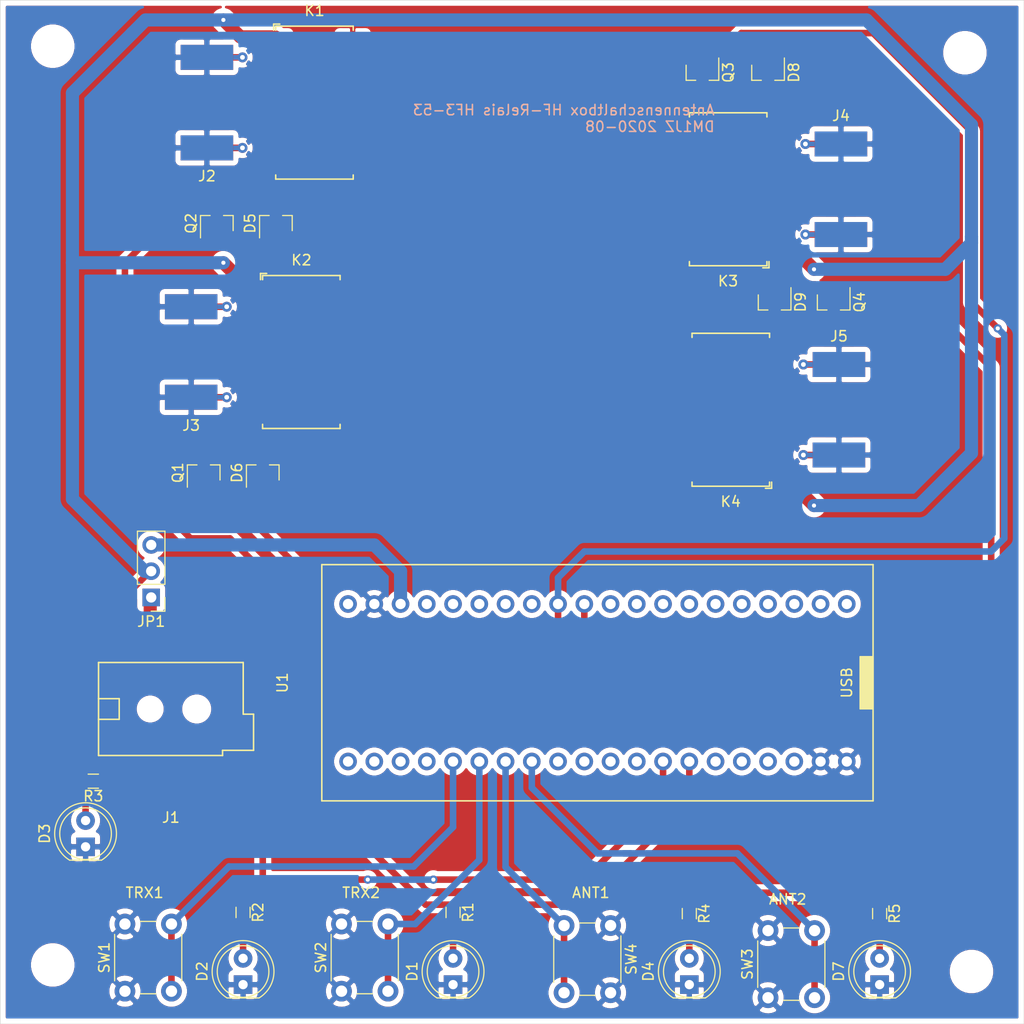
<source format=kicad_pcb>
(kicad_pcb (version 20171130) (host pcbnew 5.1.6)
  (layers (0 F.Cu signal) (31 B.Cu signal) (34 B.Paste user) (35 F.Paste user) (36 B.SilkS user) (37 F.SilkS user) (38 B.Mask user) (39 F.Mask user) (44 Edge.Cuts user))
  (net 0 "")
  (net 1 GNDREF)
  (net 2 "Net-(D1-Pad2)")
  (net 3 "Net-(D2-Pad2)")
  (net 4 "Net-(D3-Pad2)")
  (net 5 "Net-(D4-Pad2)")
  (net 6 "Net-(D7-Pad2)")
  (net 7 "Net-(J1-Pad1)")
  (net 8 "Net-(J2-Pad1)")
  (net 9 "Net-(J3-Pad1)")
  (net 10 "Net-(J4-Pad1)")
  (net 11 "Net-(J5-Pad1)")
  (net 12 "Net-(JP1-Pad3)")
  (net 13 +5V)
  (net 14 "Net-(K1-Pad14)")
  (net 15 "Net-(SW1-Pad2)")
  (net 16 "Net-(SW2-Pad2)")
  (net 17 "Net-(SW3-Pad2)")
  (net 18 "Net-(SW4-Pad2)")
  (net 19 "Net-(Q1-Pad1)")
  (net 20 "Net-(Q2-Pad1)")
  (net 21 "Net-(Q3-Pad1)")
  (net 22 "Net-(Q4-Pad1)")
  (net 23 "Net-(D5-Pad3)")
  (net 24 "Net-(D6-Pad3)")
  (net 25 "Net-(D8-Pad3)")
  (net 26 "Net-(D9-Pad3)")
  (module BarrelJackSMD:BarrelJackSMD (layer F.Cu) (at 80.645 130.175)
    (fp_text reference J1 (at 0 10.5) (layer F.SilkS))
    (fp_text value Barrel_Jack)
    (pad "" np_thru_hole circle (at 2.5 0) (size 1.8 1.8) (drill 1.8) (layers *.Cu *.Mask))
    (pad "" np_thru_hole circle (at -2 0) (size 1.6 1.6) (drill 1.6) (layers *.Cu *.Mask))
    (pad 1 smd rect (at -2 -5.5) (size 2 2) (layers F.Cu F.Paste F.Mask) (net 7 "Net-(J1-Pad1)"))
    (pad 1 smd rect (at 4 -5.5) (size 2 2) (layers F.Cu F.Paste F.Mask) (net 7 "Net-(J1-Pad1)"))
    (pad 3 smd rect (at 4 5.5) (size 2 2) (layers F.Cu F.Paste F.Mask))
    (pad 2 smd rect (at -2 5.5) (size 2 2) (layers F.Cu F.Paste F.Mask) (net 1 GNDREF))
  )
  (module Mounting_Holes:MountingHole_3.2mm_M3 (layer F.Cu) (at 69.215 66.04)
    (fp_text reference REF** hide)
    (fp_text value MountingHole_3.2mm_M3)
    (pad 1 np_thru_hole circle (at 0 0) (size 3.2 3.2) (drill 3.2) (layers *.Cu *.Mask))
  )
  (module Mounting_Holes:MountingHole_3.2mm_M3 (layer F.Cu) (at 157.48 66.675)
    (fp_text reference REF** hide)
    (fp_text value MountingHole_3.2mm_M3)
    (pad 1 np_thru_hole circle (at 0 0) (size 3.2 3.2) (drill 3.2) (layers *.Cu *.Mask))
  )
  (module Mounting_Holes:MountingHole_3.2mm_M3 (layer F.Cu) (at 158.115 155.575)
    (fp_text reference REF** hide)
    (fp_text value MountingHole_3.2mm_M3)
    (pad 1 np_thru_hole circle (at 0 0) (size 3.2 3.2) (drill 3.2) (layers *.Cu *.Mask))
  )
  (module Mounting_Holes:MountingHole_3.2mm_M3 (layer F.Cu) (at 69.215 154.94)
    (fp_text reference REF** hide)
    (fp_text value MountingHole_3.2mm_M3)
    (pad 1 np_thru_hole circle (at 0 0) (size 3.2 3.2) (drill 3.2) (layers *.Cu *.Mask))
  )
  (module LEDs:LED_D5.0mm (layer F.Cu) (at 107.95 156.845 90)
    (fp_text reference D1 (at 1.27 -3.96 90) (layer F.SilkS))
    (fp_text value TRX2_LED)
    (pad 1 thru_hole rect (at 0 0 90) (size 1.8 1.8) (drill 0.9) (layers *.Cu *.Mask) (net 1 GNDREF))
    (pad 2 thru_hole circle (at 2.54 0 90) (size 1.8 1.8) (drill 0.9) (layers *.Cu *.Mask) (net 2 "Net-(D1-Pad2)"))
  )
  (module LEDs:LED_D5.0mm (layer F.Cu) (at 87.63 156.845 90)
    (fp_text reference D2 (at 1.27 -3.96 90) (layer F.SilkS))
    (fp_text value TRX_UKW_LED)
    (pad 2 thru_hole circle (at 2.54 0 90) (size 1.8 1.8) (drill 0.9) (layers *.Cu *.Mask) (net 3 "Net-(D2-Pad2)"))
    (pad 1 thru_hole rect (at 0 0 90) (size 1.8 1.8) (drill 0.9) (layers *.Cu *.Mask) (net 1 GNDREF))
  )
  (module LEDs:LED_D5.0mm (layer F.Cu) (at 72.39 143.51 90)
    (fp_text reference D3 (at 1.27 -3.96 90) (layer F.SilkS))
    (fp_text value RelayPWR_LED)
    (pad 2 thru_hole circle (at 2.54 0 90) (size 1.8 1.8) (drill 0.9) (layers *.Cu *.Mask) (net 4 "Net-(D3-Pad2)"))
    (pad 1 thru_hole rect (at 0 0 90) (size 1.8 1.8) (drill 0.9) (layers *.Cu *.Mask) (net 1 GNDREF))
  )
  (module LEDs:LED_D5.0mm (layer F.Cu) (at 130.81 156.845 90)
    (fp_text reference D4 (at 1.27 -3.96 90) (layer F.SilkS))
    (fp_text value ANT1_LED)
    (pad 1 thru_hole rect (at 0 0 90) (size 1.8 1.8) (drill 0.9) (layers *.Cu *.Mask) (net 1 GNDREF))
    (pad 2 thru_hole circle (at 2.54 0 90) (size 1.8 1.8) (drill 0.9) (layers *.Cu *.Mask) (net 5 "Net-(D4-Pad2)"))
  )
  (module TO_SOT_Packages_SMD:SOT-23 (layer F.Cu) (at 90.805 83.185 90)
    (fp_text reference D5 (at 0 -2.5 90) (layer F.SilkS))
    (fp_text value D)
    (pad 3 smd rect (at 1 0 90) (size 0.9 0.8) (layers F.Cu F.Paste F.Mask) (net 23 "Net-(D5-Pad3)"))
    (pad 2 smd rect (at -1 0.95 90) (size 0.9 0.8) (layers F.Cu F.Paste F.Mask))
    (pad 1 smd rect (at -1 -0.95 90) (size 0.9 0.8) (layers F.Cu F.Paste F.Mask) (net 1 GNDREF))
  )
  (module TO_SOT_Packages_SMD:SOT-23 (layer F.Cu) (at 89.535 107.315 90)
    (fp_text reference D6 (at 0 -2.5 90) (layer F.SilkS))
    (fp_text value D)
    (pad 1 smd rect (at -1 -0.95 90) (size 0.9 0.8) (layers F.Cu F.Paste F.Mask) (net 1 GNDREF))
    (pad 2 smd rect (at -1 0.95 90) (size 0.9 0.8) (layers F.Cu F.Paste F.Mask))
    (pad 3 smd rect (at 1 0 90) (size 0.9 0.8) (layers F.Cu F.Paste F.Mask) (net 24 "Net-(D6-Pad3)"))
  )
  (module LEDs:LED_D5.0mm (layer F.Cu) (at 149.225 156.845 90)
    (fp_text reference D7 (at 1.27 -3.96 90) (layer F.SilkS))
    (fp_text value ANT2_LED)
    (pad 2 thru_hole circle (at 2.54 0 90) (size 1.8 1.8) (drill 0.9) (layers *.Cu *.Mask) (net 6 "Net-(D7-Pad2)"))
    (pad 1 thru_hole rect (at 0 0 90) (size 1.8 1.8) (drill 0.9) (layers *.Cu *.Mask) (net 1 GNDREF))
  )
  (module TO_SOT_Packages_SMD:SOT-23 (layer F.Cu) (at 138.43 68.58 270)
    (fp_text reference D8 (at 0 -2.5 90) (layer F.SilkS))
    (fp_text value D)
    (pad 1 smd rect (at -1 -0.95 270) (size 0.9 0.8) (layers F.Cu F.Paste F.Mask) (net 1 GNDREF))
    (pad 2 smd rect (at -1 0.95 270) (size 0.9 0.8) (layers F.Cu F.Paste F.Mask))
    (pad 3 smd rect (at 1 0 270) (size 0.9 0.8) (layers F.Cu F.Paste F.Mask) (net 25 "Net-(D8-Pad3)"))
  )
  (module TO_SOT_Packages_SMD:SOT-23 (layer F.Cu) (at 139.065 90.805 270)
    (fp_text reference D9 (at 0 -2.5 90) (layer F.SilkS))
    (fp_text value D)
    (pad 3 smd rect (at 1 0 270) (size 0.9 0.8) (layers F.Cu F.Paste F.Mask) (net 26 "Net-(D9-Pad3)"))
    (pad 2 smd rect (at -1 0.95 270) (size 0.9 0.8) (layers F.Cu F.Paste F.Mask))
    (pad 1 smd rect (at -1 -0.95 270) (size 0.9 0.8) (layers F.Cu F.Paste F.Mask) (net 1 GNDREF))
  )
  (module Connectors_Molex:Molex_SMA_Jack_Edge_Mount (layer F.Cu) (at 85.852 71.501)
    (fp_text reference J2 (at -1.72 7.11) (layer F.SilkS))
    (fp_text value TRX_UKW)
    (pad 1 smd rect (at -1.72 0) (size 5.08 2.29) (layers F.Cu F.Paste F.Mask) (net 8 "Net-(J2-Pad1)"))
    (pad 2 smd rect (at -1.72 -4.38) (size 5.08 2.42) (layers F.Cu F.Paste F.Mask) (net 1 GNDREF))
    (pad 2 smd rect (at -1.72 4.38) (size 5.08 2.42) (layers F.Cu F.Paste F.Mask) (net 1 GNDREF))
    (pad 2 smd rect (at -1.72 -4.38) (size 5.08 2.42) (layers B.Cu B.Paste B.Mask) (net 1 GNDREF))
    (pad 2 smd rect (at -1.72 4.38) (size 5.08 2.42) (layers B.Cu B.Paste B.Mask) (net 1 GNDREF))
    (pad 2 thru_hole circle (at 1.72 -4.38) (size 0.97 0.97) (drill 0.46) (layers *.Cu) (net 1 GNDREF))
    (pad 2 thru_hole circle (at 1.72 4.38) (size 0.97 0.97) (drill 0.46) (layers *.Cu) (net 1 GNDREF))
    (pad 2 smd rect (at 1.27 -4.38) (size 0.89 0.46) (layers F.Cu) (net 1 GNDREF))
    (pad 2 smd rect (at 1.27 4.38) (size 0.89 0.46) (layers F.Cu) (net 1 GNDREF))
    (pad 2 smd rect (at 1.27 -4.38) (size 0.89 0.46) (layers B.Cu) (net 1 GNDREF))
    (pad 2 smd rect (at 1.27 4.38) (size 0.89 0.46) (layers B.Cu) (net 1 GNDREF))
  )
  (module Connectors_Molex:Molex_SMA_Jack_Edge_Mount (layer F.Cu) (at 84.328 95.631)
    (fp_text reference J3 (at -1.72 7.11) (layer F.SilkS))
    (fp_text value TRX2)
    (pad 2 smd rect (at 1.27 4.38) (size 0.89 0.46) (layers B.Cu) (net 1 GNDREF))
    (pad 2 smd rect (at 1.27 -4.38) (size 0.89 0.46) (layers B.Cu) (net 1 GNDREF))
    (pad 2 smd rect (at 1.27 4.38) (size 0.89 0.46) (layers F.Cu) (net 1 GNDREF))
    (pad 2 smd rect (at 1.27 -4.38) (size 0.89 0.46) (layers F.Cu) (net 1 GNDREF))
    (pad 2 thru_hole circle (at 1.72 4.38) (size 0.97 0.97) (drill 0.46) (layers *.Cu) (net 1 GNDREF))
    (pad 2 thru_hole circle (at 1.72 -4.38) (size 0.97 0.97) (drill 0.46) (layers *.Cu) (net 1 GNDREF))
    (pad 2 smd rect (at -1.72 4.38) (size 5.08 2.42) (layers B.Cu B.Paste B.Mask) (net 1 GNDREF))
    (pad 2 smd rect (at -1.72 -4.38) (size 5.08 2.42) (layers B.Cu B.Paste B.Mask) (net 1 GNDREF))
    (pad 2 smd rect (at -1.72 4.38) (size 5.08 2.42) (layers F.Cu F.Paste F.Mask) (net 1 GNDREF))
    (pad 2 smd rect (at -1.72 -4.38) (size 5.08 2.42) (layers F.Cu F.Paste F.Mask) (net 1 GNDREF))
    (pad 1 smd rect (at -1.72 0) (size 5.08 2.29) (layers F.Cu F.Paste F.Mask) (net 9 "Net-(J3-Pad1)"))
  )
  (module Connectors_Molex:Molex_SMA_Jack_Edge_Mount (layer F.Cu) (at 143.764 79.883 180)
    (fp_text reference J4 (at -1.72 7.11) (layer F.SilkS))
    (fp_text value ANT1)
    (pad 2 smd rect (at 1.27 4.38 180) (size 0.89 0.46) (layers B.Cu) (net 1 GNDREF))
    (pad 2 smd rect (at 1.27 -4.38 180) (size 0.89 0.46) (layers B.Cu) (net 1 GNDREF))
    (pad 2 smd rect (at 1.27 4.38 180) (size 0.89 0.46) (layers F.Cu) (net 1 GNDREF))
    (pad 2 smd rect (at 1.27 -4.38 180) (size 0.89 0.46) (layers F.Cu) (net 1 GNDREF))
    (pad 2 thru_hole circle (at 1.72 4.38 180) (size 0.97 0.97) (drill 0.46) (layers *.Cu) (net 1 GNDREF))
    (pad 2 thru_hole circle (at 1.72 -4.38 180) (size 0.97 0.97) (drill 0.46) (layers *.Cu) (net 1 GNDREF))
    (pad 2 smd rect (at -1.72 4.38 180) (size 5.08 2.42) (layers B.Cu B.Paste B.Mask) (net 1 GNDREF))
    (pad 2 smd rect (at -1.72 -4.38 180) (size 5.08 2.42) (layers B.Cu B.Paste B.Mask) (net 1 GNDREF))
    (pad 2 smd rect (at -1.72 4.38 180) (size 5.08 2.42) (layers F.Cu F.Paste F.Mask) (net 1 GNDREF))
    (pad 2 smd rect (at -1.72 -4.38 180) (size 5.08 2.42) (layers F.Cu F.Paste F.Mask) (net 1 GNDREF))
    (pad 1 smd rect (at -1.72 0 180) (size 5.08 2.29) (layers F.Cu F.Paste F.Mask) (net 10 "Net-(J4-Pad1)"))
  )
  (module Connectors_Molex:Molex_SMA_Jack_Edge_Mount (layer F.Cu) (at 143.568 101.219 180)
    (fp_text reference J5 (at -1.72 7.11) (layer F.SilkS))
    (fp_text value ANT2)
    (pad 1 smd rect (at -1.72 0 180) (size 5.08 2.29) (layers F.Cu F.Paste F.Mask) (net 11 "Net-(J5-Pad1)"))
    (pad 2 smd rect (at -1.72 -4.38 180) (size 5.08 2.42) (layers F.Cu F.Paste F.Mask) (net 1 GNDREF))
    (pad 2 smd rect (at -1.72 4.38 180) (size 5.08 2.42) (layers F.Cu F.Paste F.Mask) (net 1 GNDREF))
    (pad 2 smd rect (at -1.72 -4.38 180) (size 5.08 2.42) (layers B.Cu B.Paste B.Mask) (net 1 GNDREF))
    (pad 2 smd rect (at -1.72 4.38 180) (size 5.08 2.42) (layers B.Cu B.Paste B.Mask) (net 1 GNDREF))
    (pad 2 thru_hole circle (at 1.72 -4.38 180) (size 0.97 0.97) (drill 0.46) (layers *.Cu) (net 1 GNDREF))
    (pad 2 thru_hole circle (at 1.72 4.38 180) (size 0.97 0.97) (drill 0.46) (layers *.Cu) (net 1 GNDREF))
    (pad 2 smd rect (at 1.27 -4.38 180) (size 0.89 0.46) (layers F.Cu) (net 1 GNDREF))
    (pad 2 smd rect (at 1.27 4.38 180) (size 0.89 0.46) (layers F.Cu) (net 1 GNDREF))
    (pad 2 smd rect (at 1.27 -4.38 180) (size 0.89 0.46) (layers B.Cu) (net 1 GNDREF))
    (pad 2 smd rect (at 1.27 4.38 180) (size 0.89 0.46) (layers B.Cu) (net 1 GNDREF))
  )
  (module Pin_Headers:Pin_Header_Straight_1x03_Pitch2.54mm (layer F.Cu) (at 78.74 119.38 180)
    (fp_text reference JP1 (at 0 -2.33) (layer F.SilkS))
    (fp_text value Jumper_3_Bridged12)
    (pad 3 thru_hole oval (at 0 5.08 180) (size 1.7 1.7) (drill 1) (layers *.Cu *.Mask) (net 12 "Net-(JP1-Pad3)"))
    (pad 2 thru_hole oval (at 0 2.54 180) (size 1.7 1.7) (drill 1) (layers *.Cu *.Mask) (net 13 +5V))
    (pad 1 thru_hole rect (at 0 0 180) (size 1.7 1.7) (drill 1) (layers *.Cu *.Mask) (net 7 "Net-(J1-Pad1)"))
  )
  (module Relays_SMD:Relay_SPDT_AXICOM_HF3Series_50ohms_Pitch1.27mm (layer F.Cu) (at 94.488 71.501)
    (fp_text reference K1 (at 0.06 -8.89) (layer F.SilkS))
    (fp_text value HF3-53)
    (pad 22 smd rect (at 3.75 -6.35) (size 2.5 0.7) (layers F.Cu F.Paste F.Mask) (net 1 GNDREF))
    (pad 21 smd rect (at 4 -5.08) (size 2 0.7) (layers F.Cu F.Paste F.Mask) (net 1 GNDREF))
    (pad 20 smd rect (at 4 -3.81) (size 2 0.9) (layers F.Cu F.Paste F.Mask) (net 1 GNDREF))
    (pad 19 smd rect (at 4 -2.54) (size 2 0.7) (layers F.Cu F.Paste F.Mask) (net 1 GNDREF))
    (pad 17 smd rect (at 4 0) (size 2 0.9) (layers F.Cu F.Paste F.Mask) (net 1 GNDREF))
    (pad 15 smd rect (at 4 2.54) (size 2 0.7) (layers F.Cu F.Paste F.Mask) (net 1 GNDREF))
    (pad 14 smd rect (at 4 3.81) (size 2 0.9) (layers F.Cu F.Paste F.Mask) (net 14 "Net-(K1-Pad14)"))
    (pad 13 smd rect (at 4 5.08) (size 2 0.7) (layers F.Cu F.Paste F.Mask) (net 1 GNDREF))
    (pad 12 smd rect (at 3.75 6.35) (size 2.5 0.7) (layers F.Cu F.Paste F.Mask) (net 1 GNDREF))
    (pad 11 smd rect (at -3.75 6.35) (size 2.5 0.7) (layers F.Cu F.Paste F.Mask) (net 23 "Net-(D5-Pad3)"))
    (pad 10 smd rect (at -4 5.08) (size 2 0.9) (layers F.Cu F.Paste F.Mask) (net 1 GNDREF))
    (pad 7 smd rect (at -4 1.27) (size 2 0.7) (layers F.Cu F.Paste F.Mask) (net 1 GNDREF))
    (pad 6 smd rect (at -4 0) (size 2 0.9) (layers F.Cu F.Paste F.Mask) (net 8 "Net-(J2-Pad1)"))
    (pad 5 smd rect (at -4 -1.27) (size 2 0.7) (layers F.Cu F.Paste F.Mask) (net 1 GNDREF))
    (pad 2 smd rect (at -4 -5.08) (size 2 0.9) (layers F.Cu F.Paste F.Mask) (net 1 GNDREF))
    (pad 1 smd rect (at -3.75 -6.35) (size 2.5 0.7) (layers F.Cu F.Paste F.Mask) (net 13 +5V))
  )
  (module Relays_SMD:Relay_SPDT_AXICOM_HF3Series_50ohms_Pitch1.27mm (layer F.Cu) (at 93.218 95.631)
    (fp_text reference K2 (at 0.06 -8.89) (layer F.SilkS))
    (fp_text value HF3-53)
    (pad 22 smd rect (at 3.75 -6.35) (size 2.5 0.7) (layers F.Cu F.Paste F.Mask) (net 1 GNDREF))
    (pad 21 smd rect (at 4 -5.08) (size 2 0.7) (layers F.Cu F.Paste F.Mask) (net 1 GNDREF))
    (pad 20 smd rect (at 4 -3.81) (size 2 0.9) (layers F.Cu F.Paste F.Mask) (net 1 GNDREF))
    (pad 19 smd rect (at 4 -2.54) (size 2 0.7) (layers F.Cu F.Paste F.Mask) (net 1 GNDREF))
    (pad 17 smd rect (at 4 0) (size 2 0.9) (layers F.Cu F.Paste F.Mask) (net 1 GNDREF))
    (pad 15 smd rect (at 4 2.54) (size 2 0.7) (layers F.Cu F.Paste F.Mask) (net 1 GNDREF))
    (pad 14 smd rect (at 4 3.81) (size 2 0.9) (layers F.Cu F.Paste F.Mask) (net 14 "Net-(K1-Pad14)"))
    (pad 13 smd rect (at 4 5.08) (size 2 0.7) (layers F.Cu F.Paste F.Mask) (net 1 GNDREF))
    (pad 12 smd rect (at 3.75 6.35) (size 2.5 0.7) (layers F.Cu F.Paste F.Mask) (net 1 GNDREF))
    (pad 11 smd rect (at -3.75 6.35) (size 2.5 0.7) (layers F.Cu F.Paste F.Mask) (net 24 "Net-(D6-Pad3)"))
    (pad 10 smd rect (at -4 5.08) (size 2 0.9) (layers F.Cu F.Paste F.Mask) (net 1 GNDREF))
    (pad 7 smd rect (at -4 1.27) (size 2 0.7) (layers F.Cu F.Paste F.Mask) (net 1 GNDREF))
    (pad 6 smd rect (at -4 0) (size 2 0.9) (layers F.Cu F.Paste F.Mask) (net 9 "Net-(J3-Pad1)"))
    (pad 5 smd rect (at -4 -1.27) (size 2 0.7) (layers F.Cu F.Paste F.Mask) (net 1 GNDREF))
    (pad 2 smd rect (at -4 -5.08) (size 2 0.9) (layers F.Cu F.Paste F.Mask) (net 1 GNDREF))
    (pad 1 smd rect (at -3.75 -6.35) (size 2.5 0.7) (layers F.Cu F.Paste F.Mask) (net 13 +5V))
  )
  (module Relays_SMD:Relay_SPDT_AXICOM_HF3Series_50ohms_Pitch1.27mm (layer F.Cu) (at 134.62 79.883 180)
    (fp_text reference K3 (at 0.06 -8.89) (layer F.SilkS))
    (fp_text value HF3-53)
    (pad 1 smd rect (at -3.75 -6.35 180) (size 2.5 0.7) (layers F.Cu F.Paste F.Mask) (net 13 +5V))
    (pad 2 smd rect (at -4 -5.08 180) (size 2 0.9) (layers F.Cu F.Paste F.Mask) (net 1 GNDREF))
    (pad 5 smd rect (at -4 -1.27 180) (size 2 0.7) (layers F.Cu F.Paste F.Mask) (net 1 GNDREF))
    (pad 6 smd rect (at -4 0 180) (size 2 0.9) (layers F.Cu F.Paste F.Mask) (net 10 "Net-(J4-Pad1)"))
    (pad 7 smd rect (at -4 1.27 180) (size 2 0.7) (layers F.Cu F.Paste F.Mask) (net 1 GNDREF))
    (pad 10 smd rect (at -4 5.08 180) (size 2 0.9) (layers F.Cu F.Paste F.Mask) (net 1 GNDREF))
    (pad 11 smd rect (at -3.75 6.35 180) (size 2.5 0.7) (layers F.Cu F.Paste F.Mask) (net 25 "Net-(D8-Pad3)"))
    (pad 12 smd rect (at 3.75 6.35 180) (size 2.5 0.7) (layers F.Cu F.Paste F.Mask) (net 1 GNDREF))
    (pad 13 smd rect (at 4 5.08 180) (size 2 0.7) (layers F.Cu F.Paste F.Mask) (net 1 GNDREF))
    (pad 14 smd rect (at 4 3.81 180) (size 2 0.9) (layers F.Cu F.Paste F.Mask) (net 14 "Net-(K1-Pad14)"))
    (pad 15 smd rect (at 4 2.54 180) (size 2 0.7) (layers F.Cu F.Paste F.Mask) (net 1 GNDREF))
    (pad 17 smd rect (at 4 0 180) (size 2 0.9) (layers F.Cu F.Paste F.Mask) (net 1 GNDREF))
    (pad 19 smd rect (at 4 -2.54 180) (size 2 0.7) (layers F.Cu F.Paste F.Mask) (net 1 GNDREF))
    (pad 20 smd rect (at 4 -3.81 180) (size 2 0.9) (layers F.Cu F.Paste F.Mask) (net 1 GNDREF))
    (pad 21 smd rect (at 4 -5.08 180) (size 2 0.7) (layers F.Cu F.Paste F.Mask) (net 1 GNDREF))
    (pad 22 smd rect (at 3.75 -6.35 180) (size 2.5 0.7) (layers F.Cu F.Paste F.Mask) (net 1 GNDREF))
  )
  (module Relays_SMD:Relay_SPDT_AXICOM_HF3Series_50ohms_Pitch1.27mm (layer F.Cu) (at 134.874 101.219 180)
    (fp_text reference K4 (at 0.06 -8.89) (layer F.SilkS))
    (fp_text value HF3-53)
    (pad 1 smd rect (at -3.75 -6.35 180) (size 2.5 0.7) (layers F.Cu F.Paste F.Mask) (net 13 +5V))
    (pad 2 smd rect (at -4 -5.08 180) (size 2 0.9) (layers F.Cu F.Paste F.Mask) (net 1 GNDREF))
    (pad 5 smd rect (at -4 -1.27 180) (size 2 0.7) (layers F.Cu F.Paste F.Mask) (net 1 GNDREF))
    (pad 6 smd rect (at -4 0 180) (size 2 0.9) (layers F.Cu F.Paste F.Mask) (net 11 "Net-(J5-Pad1)"))
    (pad 7 smd rect (at -4 1.27 180) (size 2 0.7) (layers F.Cu F.Paste F.Mask) (net 1 GNDREF))
    (pad 10 smd rect (at -4 5.08 180) (size 2 0.9) (layers F.Cu F.Paste F.Mask) (net 1 GNDREF))
    (pad 11 smd rect (at -3.75 6.35 180) (size 2.5 0.7) (layers F.Cu F.Paste F.Mask) (net 26 "Net-(D9-Pad3)"))
    (pad 12 smd rect (at 3.75 6.35 180) (size 2.5 0.7) (layers F.Cu F.Paste F.Mask) (net 1 GNDREF))
    (pad 13 smd rect (at 4 5.08 180) (size 2 0.7) (layers F.Cu F.Paste F.Mask) (net 1 GNDREF))
    (pad 14 smd rect (at 4 3.81 180) (size 2 0.9) (layers F.Cu F.Paste F.Mask) (net 14 "Net-(K1-Pad14)"))
    (pad 15 smd rect (at 4 2.54 180) (size 2 0.7) (layers F.Cu F.Paste F.Mask) (net 1 GNDREF))
    (pad 17 smd rect (at 4 0 180) (size 2 0.9) (layers F.Cu F.Paste F.Mask) (net 1 GNDREF))
    (pad 19 smd rect (at 4 -2.54 180) (size 2 0.7) (layers F.Cu F.Paste F.Mask) (net 1 GNDREF))
    (pad 20 smd rect (at 4 -3.81 180) (size 2 0.9) (layers F.Cu F.Paste F.Mask) (net 1 GNDREF))
    (pad 21 smd rect (at 4 -5.08 180) (size 2 0.7) (layers F.Cu F.Paste F.Mask) (net 1 GNDREF))
    (pad 22 smd rect (at 3.75 -6.35 180) (size 2.5 0.7) (layers F.Cu F.Paste F.Mask) (net 1 GNDREF))
  )
  (module TO_SOT_Packages_SMD:SOT-23 (layer F.Cu) (at 83.82 107.315 90)
    (fp_text reference Q1 (at 0 -2.5 90) (layer F.SilkS))
    (fp_text value Q_NMOS_GSD)
    (pad 1 smd rect (at -1 -0.95 90) (size 0.9 0.8) (layers F.Cu F.Paste F.Mask) (net 19 "Net-(Q1-Pad1)"))
    (pad 2 smd rect (at -1 0.95 90) (size 0.9 0.8) (layers F.Cu F.Paste F.Mask) (net 1 GNDREF))
    (pad 3 smd rect (at 1 0 90) (size 0.9 0.8) (layers F.Cu F.Paste F.Mask) (net 24 "Net-(D6-Pad3)"))
  )
  (module TO_SOT_Packages_SMD:SOT-23 (layer F.Cu) (at 85.09 83.185 90)
    (fp_text reference Q2 (at 0 -2.5 90) (layer F.SilkS))
    (fp_text value Q_NMOS_GSD)
    (pad 3 smd rect (at 1 0 90) (size 0.9 0.8) (layers F.Cu F.Paste F.Mask) (net 23 "Net-(D5-Pad3)"))
    (pad 2 smd rect (at -1 0.95 90) (size 0.9 0.8) (layers F.Cu F.Paste F.Mask) (net 1 GNDREF))
    (pad 1 smd rect (at -1 -0.95 90) (size 0.9 0.8) (layers F.Cu F.Paste F.Mask) (net 20 "Net-(Q2-Pad1)"))
  )
  (module TO_SOT_Packages_SMD:SOT-23 (layer F.Cu) (at 132.08 68.58 270)
    (fp_text reference Q3 (at 0 -2.5 90) (layer F.SilkS))
    (fp_text value Q_NMOS_GSD)
    (pad 1 smd rect (at -1 -0.95 270) (size 0.9 0.8) (layers F.Cu F.Paste F.Mask) (net 21 "Net-(Q3-Pad1)"))
    (pad 2 smd rect (at -1 0.95 270) (size 0.9 0.8) (layers F.Cu F.Paste F.Mask) (net 1 GNDREF))
    (pad 3 smd rect (at 1 0 270) (size 0.9 0.8) (layers F.Cu F.Paste F.Mask) (net 25 "Net-(D8-Pad3)"))
  )
  (module TO_SOT_Packages_SMD:SOT-23 (layer F.Cu) (at 144.78 90.805 270)
    (fp_text reference Q4 (at 0 -2.5 90) (layer F.SilkS))
    (fp_text value Q_NMOS_GSD)
    (pad 3 smd rect (at 1 0 270) (size 0.9 0.8) (layers F.Cu F.Paste F.Mask) (net 26 "Net-(D9-Pad3)"))
    (pad 2 smd rect (at -1 0.95 270) (size 0.9 0.8) (layers F.Cu F.Paste F.Mask) (net 1 GNDREF))
    (pad 1 smd rect (at -1 -0.95 270) (size 0.9 0.8) (layers F.Cu F.Paste F.Mask) (net 22 "Net-(Q4-Pad1)"))
  )
  (module Resistors_SMD:R_0603 (layer F.Cu) (at 107.95 149.86 270)
    (fp_text reference R1 (at 0 -1.45 90) (layer F.SilkS))
    (fp_text value 330)
    (pad 2 smd rect (at 0.75 0 270) (size 0.5 0.9) (layers F.Cu F.Paste F.Mask) (net 2 "Net-(D1-Pad2)"))
    (pad 1 smd rect (at -0.75 0 270) (size 0.5 0.9) (layers F.Cu F.Paste F.Mask) (net 19 "Net-(Q1-Pad1)"))
  )
  (module Resistors_SMD:R_0603 (layer F.Cu) (at 87.63 149.86 270)
    (fp_text reference R2 (at 0 -1.45 90) (layer F.SilkS))
    (fp_text value 330)
    (pad 1 smd rect (at -0.75 0 270) (size 0.5 0.9) (layers F.Cu F.Paste F.Mask) (net 20 "Net-(Q2-Pad1)"))
    (pad 2 smd rect (at 0.75 0 270) (size 0.5 0.9) (layers F.Cu F.Paste F.Mask) (net 3 "Net-(D2-Pad2)"))
  )
  (module Resistors_SMD:R_0603 (layer F.Cu) (at 73.14 137.16 180)
    (fp_text reference R3 (at 0 -1.45) (layer F.SilkS))
    (fp_text value 470)
    (pad 1 smd rect (at -0.75 0 180) (size 0.5 0.9) (layers F.Cu F.Paste F.Mask) (net 13 +5V))
    (pad 2 smd rect (at 0.75 0 180) (size 0.5 0.9) (layers F.Cu F.Paste F.Mask) (net 4 "Net-(D3-Pad2)"))
  )
  (module Resistors_SMD:R_0603 (layer F.Cu) (at 130.81 149.975 270)
    (fp_text reference R4 (at 0 -1.45 90) (layer F.SilkS))
    (fp_text value 330)
    (pad 2 smd rect (at 0.75 0 270) (size 0.5 0.9) (layers F.Cu F.Paste F.Mask) (net 5 "Net-(D4-Pad2)"))
    (pad 1 smd rect (at -0.75 0 270) (size 0.5 0.9) (layers F.Cu F.Paste F.Mask) (net 21 "Net-(Q3-Pad1)"))
  )
  (module Resistors_SMD:R_0603 (layer F.Cu) (at 149.225 149.975 270)
    (fp_text reference R5 (at 0 -1.45 90) (layer F.SilkS))
    (fp_text value 330)
    (pad 2 smd rect (at 0.75 0 270) (size 0.5 0.9) (layers F.Cu F.Paste F.Mask) (net 6 "Net-(D7-Pad2)"))
    (pad 1 smd rect (at -0.75 0 270) (size 0.5 0.9) (layers F.Cu F.Paste F.Mask) (net 22 "Net-(Q4-Pad1)"))
  )
  (module Buttons_Switches_THT:SW_PUSH_6mm (layer F.Cu) (at 76.2 157.48 90)
    (fp_text reference SW1 (at 3.25 -2 90) (layer F.SilkS))
    (fp_text value TRX_UKW_Key)
    (pad 1 thru_hole circle (at 6.5 0 180) (size 2 2) (drill 1.1) (layers *.Cu *.Mask) (net 1 GNDREF))
    (pad 2 thru_hole circle (at 6.5 4.5 180) (size 2 2) (drill 1.1) (layers *.Cu *.Mask) (net 15 "Net-(SW1-Pad2)"))
    (pad 1 thru_hole circle (at 0 0 180) (size 2 2) (drill 1.1) (layers *.Cu *.Mask) (net 1 GNDREF))
    (pad 2 thru_hole circle (at 0 4.5 180) (size 2 2) (drill 1.1) (layers *.Cu *.Mask) (net 15 "Net-(SW1-Pad2)"))
  )
  (module Buttons_Switches_THT:SW_PUSH_6mm (layer F.Cu) (at 97.155 157.48 90)
    (fp_text reference SW2 (at 3.25 -2 90) (layer F.SilkS))
    (fp_text value TRX2_Key)
    (pad 2 thru_hole circle (at 0 4.5 180) (size 2 2) (drill 1.1) (layers *.Cu *.Mask) (net 16 "Net-(SW2-Pad2)"))
    (pad 1 thru_hole circle (at 0 0 180) (size 2 2) (drill 1.1) (layers *.Cu *.Mask) (net 1 GNDREF))
    (pad 2 thru_hole circle (at 6.5 4.5 180) (size 2 2) (drill 1.1) (layers *.Cu *.Mask) (net 16 "Net-(SW2-Pad2)"))
    (pad 1 thru_hole circle (at 6.5 0 180) (size 2 2) (drill 1.1) (layers *.Cu *.Mask) (net 1 GNDREF))
  )
  (module Buttons_Switches_THT:SW_PUSH_6mm (layer F.Cu) (at 138.43 158.115 90)
    (fp_text reference SW3 (at 3.25 -2 90) (layer F.SilkS))
    (fp_text value ANT2_Key)
    (pad 2 thru_hole circle (at 0 4.5 180) (size 2 2) (drill 1.1) (layers *.Cu *.Mask) (net 17 "Net-(SW3-Pad2)"))
    (pad 1 thru_hole circle (at 0 0 180) (size 2 2) (drill 1.1) (layers *.Cu *.Mask) (net 1 GNDREF))
    (pad 2 thru_hole circle (at 6.5 4.5 180) (size 2 2) (drill 1.1) (layers *.Cu *.Mask) (net 17 "Net-(SW3-Pad2)"))
    (pad 1 thru_hole circle (at 6.5 0 180) (size 2 2) (drill 1.1) (layers *.Cu *.Mask) (net 1 GNDREF))
  )
  (module Buttons_Switches_THT:SW_PUSH_6mm (layer F.Cu) (at 123.19 151.13 270)
    (fp_text reference SW4 (at 3.25 -2 90) (layer F.SilkS))
    (fp_text value ANT1_Key)
    (pad 1 thru_hole circle (at 6.5 0) (size 2 2) (drill 1.1) (layers *.Cu *.Mask) (net 1 GNDREF))
    (pad 2 thru_hole circle (at 6.5 4.5) (size 2 2) (drill 1.1) (layers *.Cu *.Mask) (net 18 "Net-(SW4-Pad2)"))
    (pad 1 thru_hole circle (at 0 0) (size 2 2) (drill 1.1) (layers *.Cu *.Mask) (net 1 GNDREF))
    (pad 2 thru_hole circle (at 0 4.5) (size 2 2) (drill 1.1) (layers *.Cu *.Mask) (net 18 "Net-(SW4-Pad2)"))
  )
  (module Stm32BluePill:STM32_BluePill (layer F.Cu) (at 121.92 127.635 90)
    (fp_text reference U1 (at 0 -30.48 90) (layer F.SilkS))
    (fp_text value STM32_BluePill)
    (fp_text user USB (at 0 24.13 90) (layer F.SilkS))
    (pad 1 thru_hole circle (at -7.62 -24.13 90) (size 1.7 1.7) (drill 1) (layers *.Cu *.Mask))
    (pad 21 thru_hole circle (at 7.62 24.13 90) (size 1.7 1.7) (drill 1) (layers *.Cu *.Mask))
    (pad 2 thru_hole circle (at -7.62 -21.59 90) (size 1.7 1.7) (drill 1) (layers *.Cu *.Mask))
    (pad 3 thru_hole circle (at -7.62 -19.05 90) (size 1.7 1.7) (drill 1) (layers *.Cu *.Mask))
    (pad 4 thru_hole circle (at -7.62 -16.51 90) (size 1.7 1.7) (drill 1) (layers *.Cu *.Mask))
    (pad 5 thru_hole circle (at -7.62 -13.97 90) (size 1.7 1.7) (drill 1) (layers *.Cu *.Mask) (net 15 "Net-(SW1-Pad2)"))
    (pad 6 thru_hole circle (at -7.62 -11.43 90) (size 1.7 1.7) (drill 1) (layers *.Cu *.Mask) (net 16 "Net-(SW2-Pad2)"))
    (pad 7 thru_hole circle (at -7.62 -8.89 90) (size 1.7 1.7) (drill 1) (layers *.Cu *.Mask) (net 18 "Net-(SW4-Pad2)"))
    (pad 8 thru_hole circle (at -7.62 -6.35 90) (size 1.7 1.7) (drill 1) (layers *.Cu *.Mask) (net 17 "Net-(SW3-Pad2)"))
    (pad 9 thru_hole circle (at -7.62 -3.81 90) (size 1.7 1.7) (drill 1) (layers *.Cu *.Mask))
    (pad 10 thru_hole circle (at -7.62 -1.27 90) (size 1.7 1.7) (drill 1) (layers *.Cu *.Mask))
    (pad 11 thru_hole circle (at -7.62 1.27 90) (size 1.7 1.7) (drill 1) (layers *.Cu *.Mask))
    (pad 12 thru_hole circle (at -7.62 3.81 90) (size 1.7 1.7) (drill 1) (layers *.Cu *.Mask))
    (pad 13 thru_hole circle (at -7.62 6.35 90) (size 1.7 1.7) (drill 1) (layers *.Cu *.Mask) (net 20 "Net-(Q2-Pad1)"))
    (pad 14 thru_hole circle (at -7.62 8.89 90) (size 1.7 1.7) (drill 1) (layers *.Cu *.Mask) (net 19 "Net-(Q1-Pad1)"))
    (pad 15 thru_hole circle (at -7.62 11.43 90) (size 1.7 1.7) (drill 1) (layers *.Cu *.Mask))
    (pad 16 thru_hole circle (at -7.62 13.97 90) (size 1.7 1.7) (drill 1) (layers *.Cu *.Mask))
    (pad 17 thru_hole circle (at -7.62 16.51 90) (size 1.7 1.7) (drill 1) (layers *.Cu *.Mask))
    (pad 18 thru_hole circle (at -7.62 19.05 90) (size 1.7 1.7) (drill 1) (layers *.Cu *.Mask))
    (pad 19 thru_hole circle (at -7.62 21.59 90) (size 1.7 1.7) (drill 1) (layers *.Cu *.Mask) (net 1 GNDREF))
    (pad 20 thru_hole circle (at -7.62 24.13 90) (size 1.7 1.7) (drill 1) (layers *.Cu *.Mask) (net 1 GNDREF))
    (pad 22 thru_hole circle (at 7.62 21.59 90) (size 1.7 1.7) (drill 1) (layers *.Cu *.Mask))
    (pad 23 thru_hole circle (at 7.62 19.05 90) (size 1.7 1.7) (drill 1) (layers *.Cu *.Mask))
    (pad 24 thru_hole circle (at 7.62 16.51 90) (size 1.7 1.7) (drill 1) (layers *.Cu *.Mask))
    (pad 25 thru_hole circle (at 7.62 13.97 90) (size 1.7 1.7) (drill 1) (layers *.Cu *.Mask))
    (pad 26 thru_hole circle (at 7.62 11.43 90) (size 1.7 1.7) (drill 1) (layers *.Cu *.Mask))
    (pad 27 thru_hole circle (at 7.62 8.89 90) (size 1.7 1.7) (drill 1) (layers *.Cu *.Mask))
    (pad 28 thru_hole circle (at 7.62 6.35 90) (size 1.7 1.7) (drill 1) (layers *.Cu *.Mask))
    (pad 29 thru_hole circle (at 7.62 3.81 90) (size 1.7 1.7) (drill 1) (layers *.Cu *.Mask))
    (pad 30 thru_hole circle (at 7.62 1.27 90) (size 1.7 1.7) (drill 1) (layers *.Cu *.Mask))
    (pad 31 thru_hole circle (at 7.62 -1.27 90) (size 1.7 1.7) (drill 1) (layers *.Cu *.Mask) (net 22 "Net-(Q4-Pad1)"))
    (pad 32 thru_hole circle (at 7.62 -3.81 90) (size 1.7 1.7) (drill 1) (layers *.Cu *.Mask) (net 21 "Net-(Q3-Pad1)"))
    (pad 33 thru_hole circle (at 7.62 -6.35 90) (size 1.7 1.7) (drill 1) (layers *.Cu *.Mask))
    (pad 34 thru_hole circle (at 7.62 -8.89 90) (size 1.7 1.7) (drill 1) (layers *.Cu *.Mask))
    (pad 35 thru_hole circle (at 7.62 -11.43 90) (size 1.7 1.7) (drill 1) (layers *.Cu *.Mask))
    (pad 36 thru_hole circle (at 7.62 -13.97 90) (size 1.7 1.7) (drill 1) (layers *.Cu *.Mask))
    (pad 37 thru_hole circle (at 7.62 -16.51 90) (size 1.7 1.7) (drill 1) (layers *.Cu *.Mask))
    (pad 38 thru_hole circle (at 7.62 -19.05 90) (size 1.7 1.7) (drill 1) (layers *.Cu *.Mask) (net 12 "Net-(JP1-Pad3)"))
    (pad 39 thru_hole circle (at 7.62 -21.59 90) (size 1.7 1.7) (drill 1) (layers *.Cu *.Mask) (net 1 GNDREF))
    (pad 40 thru_hole circle (at 7.62 -24.13 90) (size 1.7 1.7) (drill 1) (layers *.Cu *.Mask))
  )
  (gr_text "Antennenschaltbox HF-Relais HF3-53\nDM1JZ 2020-08" (at 133.35 73.025) (layer B.SilkS) (effects (font (size 1 1)) (justify left mirror)))
  (gr_text ANT2 (at 140.335 148.59) (layer F.SilkS) (effects (font (size 1 1))))
  (gr_text ANT1 (at 121.285 147.955) (layer F.SilkS) (effects (font (size 1 1))))
  (gr_text TRX1 (at 78.105 147.955) (layer F.SilkS) (effects (font (size 1 1))))
  (gr_text TRX2 (at 99.06 147.955) (layer F.SilkS) (effects (font (size 1 1))))
  (gr_line (start 64.135 160.655) (end 64.135 61.595) (layer Edge.Cuts) (width 0.05))
  (gr_line (start 163.195 160.655) (end 64.135 160.655) (layer Edge.Cuts) (width 0.05))
  (gr_line (start 163.195 61.595) (end 163.195 160.655) (layer Edge.Cuts) (width 0.05))
  (gr_line (start 64.135 61.595) (end 163.195 61.595) (layer Edge.Cuts) (width 0.05))
  (segment (start 82.608 100.011) (end 86.048 100.011) (width 0.635) (layer F.Cu) (net 1))
  (segment (start 82.608 91.251) (end 86.048 91.251) (width 0.635) (layer F.Cu) (net 1))
  (segment (start 84.132 75.881) (end 87.572 75.881) (width 0.635) (layer F.Cu) (net 1))
  (segment (start 84.132 67.121) (end 87.572 67.121) (width 0.635) (layer F.Cu) (net 1))
  (segment (start 145.484 75.503) (end 142.044 75.503) (width 0.635) (layer F.Cu) (net 1))
  (segment (start 142.044 84.263) (end 145.484 84.263) (width 0.635) (layer F.Cu) (net 1))
  (segment (start 141.848 96.839) (end 145.288 96.839) (width 0.635) (layer F.Cu) (net 1))
  (segment (start 141.848 105.599) (end 145.288 105.599) (width 0.635) (layer F.Cu) (net 1))
  (segment (start 107.95 150.61) (end 107.95 154.305) (width 0.635) (layer F.Cu) (net 2))
  (segment (start 87.63 150.61) (end 87.63 154.305) (width 0.635) (layer F.Cu) (net 3))
  (segment (start 72.39 140.97) (end 72.39 137.16) (width 0.635) (layer F.Cu) (net 4))
  (segment (start 130.81 154.305) (end 130.81 150.725) (width 0.635) (layer F.Cu) (net 5))
  (segment (start 149.225 154.305) (end 149.225 150.725) (width 0.635) (layer F.Cu) (net 6))
  (segment (start 78.645 119.475) (end 78.74 119.38) (width 1.27) (layer F.Cu) (net 7))
  (segment (start 78.645 124.675) (end 78.645 119.475) (width 1.27) (layer F.Cu) (net 7))
  (segment (start 78.645 124.675) (end 84.645 124.675) (width 1.27) (layer F.Cu) (net 7))
  (segment (start 84.132 71.501) (end 87.63 71.501) (width 1.966) (layer F.Cu) (net 8))
  (segment (start 90.488 71.501) (end 87.63 71.501) (width 0.9) (layer F.Cu) (net 8))
  (segment (start 82.608 95.631) (end 86.36 95.631) (width 1.966) (layer F.Cu) (net 9))
  (segment (start 86.36 95.631) (end 89.218 95.631) (width 0.9) (layer F.Cu) (net 9))
  (segment (start 145.484 79.883) (end 141.478 79.883) (width 1.966) (layer F.Cu) (net 10))
  (segment (start 138.62 79.883) (end 141.478 79.883) (width 0.9) (layer F.Cu) (net 10))
  (segment (start 145.288 101.219) (end 141.986 101.219) (width 1.966) (layer F.Cu) (net 11))
  (segment (start 138.874 101.219) (end 141.986 101.219) (width 0.9) (layer F.Cu) (net 11))
  (segment (start 102.87 116.84) (end 102.87 120.015) (width 1.27) (layer B.Cu) (net 12))
  (segment (start 100.33 114.3) (end 78.74 114.3) (width 1.27) (layer B.Cu) (net 12))
  (segment (start 102.87 116.84) (end 100.33 114.3) (width 1.27) (layer B.Cu) (net 12))
  (segment (start 71.12 86.995) (end 85.725 86.995) (width 1.27) (layer B.Cu) (net 13))
  (via (at 85.725 86.995) (size 0.8) (drill 0.4) (layers F.Cu B.Cu) (net 13))
  (segment (start 87.995999 89.265999) (end 89.468 89.265999) (width 1.27) (layer F.Cu) (net 13))
  (segment (start 85.725 86.995) (end 87.995999 89.265999) (width 1.27) (layer F.Cu) (net 13))
  (segment (start 71.12 70.574116) (end 76.924116 64.77) (width 1.27) (layer B.Cu) (net 13))
  (segment (start 71.12 86.995) (end 71.12 70.574116) (width 1.27) (layer B.Cu) (net 13))
  (segment (start 76.924116 64.77) (end 78.194116 63.5) (width 1.27) (layer B.Cu) (net 13))
  (segment (start 78.194116 63.5) (end 85.725 63.5) (width 1.27) (layer B.Cu) (net 13))
  (via (at 85.725 63.5) (size 0.8) (drill 0.4) (layers F.Cu B.Cu) (net 13))
  (segment (start 87.360999 65.135999) (end 90.738 65.135999) (width 1.27) (layer F.Cu) (net 13))
  (segment (start 85.725 63.5) (end 87.360999 65.135999) (width 1.27) (layer F.Cu) (net 13))
  (segment (start 85.725 63.5) (end 147.955 63.5) (width 1.27) (layer B.Cu) (net 13))
  (segment (start 147.955 63.5) (end 158.115 73.66) (width 1.27) (layer B.Cu) (net 13))
  (segment (start 158.115 85.09) (end 155.575 87.63) (width 1.27) (layer B.Cu) (net 13))
  (segment (start 155.575 87.63) (end 142.875 87.63) (width 1.27) (layer B.Cu) (net 13))
  (via (at 142.875 87.63) (size 0.8) (drill 0.4) (layers F.Cu B.Cu) (net 13))
  (segment (start 141.493001 86.248001) (end 138.37 86.248001) (width 1.27) (layer F.Cu) (net 13))
  (segment (start 142.875 87.63) (end 141.493001 86.248001) (width 1.27) (layer F.Cu) (net 13))
  (segment (start 158.115 84.455) (end 158.115 105.41) (width 1.27) (layer B.Cu) (net 13))
  (segment (start 158.115 73.66) (end 158.115 84.455) (width 1.27) (layer B.Cu) (net 13))
  (segment (start 158.115 84.455) (end 158.115 85.09) (width 1.27) (layer B.Cu) (net 13))
  (segment (start 158.115 105.41) (end 153.035 110.49) (width 1.27) (layer B.Cu) (net 13))
  (segment (start 153.035 110.49) (end 142.875 110.49) (width 1.27) (layer B.Cu) (net 13))
  (via (at 142.875 110.49) (size 0.8) (drill 0.4) (layers F.Cu B.Cu) (net 13))
  (segment (start 139.969001 107.584001) (end 138.624 107.584001) (width 1.27) (layer F.Cu) (net 13))
  (segment (start 142.875 110.49) (end 139.969001 107.584001) (width 1.27) (layer F.Cu) (net 13))
  (segment (start 78.105 116.84) (end 78.74 116.84) (width 1.27) (layer B.Cu) (net 13))
  (segment (start 71.12 109.855) (end 78.105 116.84) (width 1.27) (layer B.Cu) (net 13))
  (segment (start 71.12 86.995) (end 71.12 109.855) (width 1.27) (layer B.Cu) (net 13))
  (segment (start 78.648498 116.84) (end 78.74 116.84) (width 0.635) (layer F.Cu) (net 13))
  (segment (start 73.89 121.598498) (end 78.648498 116.84) (width 0.635) (layer F.Cu) (net 13))
  (segment (start 73.89 137.16) (end 73.89 121.598498) (width 0.635) (layer F.Cu) (net 13))
  (segment (start 127.508 96.901) (end 117.348 86.741) (width 1.966) (layer F.Cu) (net 14))
  (segment (start 127.508 76.581) (end 117.348 86.741) (width 1.966) (layer F.Cu) (net 14))
  (segment (start 117.348 86.741) (end 117.348 86.706398) (width 1.314) (layer F.Cu) (net 14))
  (segment (start 112.268 86.741) (end 102.108 76.581) (width 1.966) (layer F.Cu) (net 14))
  (segment (start 112.268 86.741) (end 117.348 86.741) (width 1.966) (layer F.Cu) (net 14))
  (segment (start 100.838 75.311) (end 98.488 75.311) (width 0.9) (layer F.Cu) (net 14))
  (segment (start 102.108 76.581) (end 101.346 75.819) (width 1.966) (layer F.Cu) (net 14))
  (segment (start 97.218 99.441) (end 99.568 99.441) (width 0.9) (layer F.Cu) (net 14))
  (segment (start 112.268 86.741) (end 102.108 96.901) (width 1.966) (layer F.Cu) (net 14))
  (segment (start 102.108 96.901) (end 100.076 98.933) (width 1.966) (layer F.Cu) (net 14))
  (segment (start 99.568 99.441) (end 100.076 98.933) (width 0.9) (layer F.Cu) (net 14))
  (segment (start 128.016 76.073) (end 127.508 76.581) (width 0.9) (layer F.Cu) (net 14))
  (segment (start 130.62 76.073) (end 128.016 76.073) (width 0.9) (layer F.Cu) (net 14))
  (segment (start 128.016 97.409) (end 127.508 96.901) (width 0.9) (layer F.Cu) (net 14))
  (segment (start 130.874 97.409) (end 128.016 97.409) (width 0.9) (layer F.Cu) (net 14))
  (segment (start 107.95 135.255) (end 107.95 141.605) (width 0.635) (layer B.Cu) (net 15))
  (segment (start 107.95 141.605) (end 104.14 145.415) (width 0.635) (layer B.Cu) (net 15))
  (segment (start 86.265 145.415) (end 80.7 150.98) (width 0.635) (layer B.Cu) (net 15))
  (segment (start 104.14 145.415) (end 86.265 145.415) (width 0.635) (layer B.Cu) (net 15))
  (segment (start 80.7 150.98) (end 80.7 157.48) (width 0.635) (layer F.Cu) (net 15))
  (segment (start 102.14 150.495) (end 101.655 150.98) (width 0.635) (layer F.Cu) (net 16))
  (segment (start 104.29 150.98) (end 101.655 150.98) (width 0.635) (layer B.Cu) (net 16))
  (segment (start 110.49 144.78) (end 104.29 150.98) (width 0.635) (layer B.Cu) (net 16))
  (segment (start 110.49 135.255) (end 110.49 144.78) (width 0.635) (layer B.Cu) (net 16))
  (segment (start 101.655 150.98) (end 101.655 157.48) (width 0.635) (layer F.Cu) (net 16))
  (segment (start 135.46 144.145) (end 142.93 151.615) (width 0.635) (layer B.Cu) (net 17))
  (segment (start 115.57 135.255) (end 115.57 137.795) (width 0.635) (layer B.Cu) (net 17))
  (segment (start 121.92 144.145) (end 125.095 144.145) (width 0.635) (layer B.Cu) (net 17))
  (segment (start 115.57 137.795) (end 121.92 144.145) (width 0.635) (layer B.Cu) (net 17))
  (segment (start 125.095 144.145) (end 135.46 144.145) (width 0.635) (layer B.Cu) (net 17))
  (segment (start 124.46 144.145) (end 125.095 144.145) (width 0.635) (layer B.Cu) (net 17))
  (segment (start 142.93 151.615) (end 142.93 158.115) (width 0.635) (layer F.Cu) (net 17))
  (segment (start 113.03 145.47) (end 118.69 151.13) (width 0.635) (layer B.Cu) (net 18))
  (segment (start 113.03 135.255) (end 113.03 145.47) (width 0.635) (layer B.Cu) (net 18))
  (segment (start 118.69 151.13) (end 118.69 157.63) (width 0.635) (layer F.Cu) (net 18))
  (segment (start 130.81 139.065) (end 130.81 135.255) (width 0.635) (layer F.Cu) (net 19))
  (segment (start 93.345 116.84) (end 93.345 137.16) (width 0.635) (layer F.Cu) (net 19))
  (segment (start 84.455 111.125) (end 87.63 111.125) (width 0.635) (layer F.Cu) (net 19))
  (segment (start 82.87 109.54) (end 84.455 111.125) (width 0.635) (layer F.Cu) (net 19))
  (segment (start 82.87 108.315) (end 82.87 109.54) (width 0.635) (layer F.Cu) (net 19))
  (segment (start 128.905 140.97) (end 130.81 139.065) (width 0.635) (layer F.Cu) (net 19))
  (segment (start 87.63 111.125) (end 93.345 116.84) (width 0.635) (layer F.Cu) (net 19))
  (segment (start 128.27 141.605) (end 128.905 140.97) (width 0.635) (layer F.Cu) (net 19))
  (segment (start 105.295 149.11) (end 120.765 149.11) (width 0.635) (layer F.Cu) (net 19))
  (segment (start 120.765 149.11) (end 128.905 140.97) (width 0.635) (layer F.Cu) (net 19))
  (segment (start 93.345 137.16) (end 105.295 149.11) (width 0.635) (layer F.Cu) (net 19))
  (segment (start 84.14 84.185) (end 79.01 84.185) (width 0.635) (layer F.Cu) (net 20))
  (segment (start 79.01 84.185) (end 76.2 86.995) (width 0.635) (layer F.Cu) (net 20))
  (segment (start 76.2 86.995) (end 76.2 107.315) (width 0.635) (layer F.Cu) (net 20))
  (segment (start 76.2 107.315) (end 82.55 113.665) (width 0.635) (layer F.Cu) (net 20))
  (segment (start 82.55 113.665) (end 86.36 113.665) (width 0.635) (layer F.Cu) (net 20))
  (segment (start 86.36 113.665) (end 89.535 116.84) (width 0.635) (layer F.Cu) (net 20))
  (segment (start 89.535 147.205) (end 87.63 149.11) (width 0.635) (layer F.Cu) (net 20))
  (segment (start 128.27 135.255) (end 128.27 139.065) (width 0.635) (layer F.Cu) (net 20))
  (segment (start 128.27 139.065) (end 120.65 146.685) (width 0.635) (layer F.Cu) (net 20))
  (segment (start 120.65 146.685) (end 106.045 146.685) (width 0.635) (layer F.Cu) (net 20))
  (via (at 106.045 146.685) (size 0.8) (drill 0.4) (layers F.Cu B.Cu) (net 20))
  (segment (start 106.045 146.685) (end 99.695 146.685) (width 0.635) (layer B.Cu) (net 20))
  (via (at 99.695 146.685) (size 0.8) (drill 0.4) (layers F.Cu B.Cu) (net 20))
  (segment (start 99.695 146.685) (end 89.535 146.685) (width 0.635) (layer F.Cu) (net 20))
  (segment (start 89.535 146.685) (end 89.535 147.205) (width 0.635) (layer F.Cu) (net 20))
  (segment (start 89.535 116.84) (end 89.535 146.685) (width 0.635) (layer F.Cu) (net 20))
  (segment (start 132.08 147.955) (end 130.81 149.225) (width 0.635) (layer F.Cu) (net 21))
  (segment (start 142.24 147.955) (end 132.08 147.955) (width 0.635) (layer F.Cu) (net 21))
  (segment (start 149.86 140.335) (end 142.24 147.955) (width 0.635) (layer F.Cu) (net 21))
  (segment (start 149.86 129.54) (end 149.86 140.335) (width 0.635) (layer F.Cu) (net 21))
  (segment (start 147.32 127) (end 149.86 129.54) (width 0.635) (layer F.Cu) (net 21))
  (segment (start 121.285 127) (end 147.32 127) (width 0.635) (layer F.Cu) (net 21))
  (segment (start 118.11 123.825) (end 121.285 127) (width 0.635) (layer F.Cu) (net 21))
  (segment (start 118.11 120.015) (end 118.11 123.825) (width 0.635) (layer F.Cu) (net 21))
  (segment (start 118.11 120.015) (end 118.11 117.475) (width 0.635) (layer B.Cu) (net 21))
  (segment (start 118.11 117.475) (end 120.65 114.935) (width 0.635) (layer B.Cu) (net 21))
  (segment (start 120.65 114.935) (end 160.02 114.935) (width 0.635) (layer B.Cu) (net 21))
  (segment (start 160.02 114.935) (end 161.29 113.665) (width 0.635) (layer B.Cu) (net 21))
  (segment (start 161.29 113.665) (end 161.29 93.98) (width 0.635) (layer B.Cu) (net 21))
  (segment (start 161.29 93.98) (end 160.655 93.345) (width 0.635) (layer B.Cu) (net 21))
  (via (at 160.655 93.345) (size 0.8) (drill 0.4) (layers F.Cu B.Cu) (net 21))
  (segment (start 148.59 64.77) (end 135.84 64.77) (width 0.635) (layer F.Cu) (net 21))
  (segment (start 158.115 74.295) (end 148.59 64.77) (width 0.635) (layer F.Cu) (net 21))
  (segment (start 135.84 64.77) (end 133.03 67.58) (width 0.635) (layer F.Cu) (net 21))
  (segment (start 158.115 90.805) (end 158.115 74.295) (width 0.635) (layer F.Cu) (net 21))
  (segment (start 160.655 93.345) (end 158.115 90.805) (width 0.635) (layer F.Cu) (net 21))
  (segment (start 148.59 125.73) (end 151.765 128.905) (width 0.635) (layer F.Cu) (net 22))
  (segment (start 122.555 125.73) (end 148.59 125.73) (width 0.635) (layer F.Cu) (net 22))
  (segment (start 151.765 146.685) (end 149.225 149.225) (width 0.635) (layer F.Cu) (net 22))
  (segment (start 120.65 123.825) (end 122.555 125.73) (width 0.635) (layer F.Cu) (net 22))
  (segment (start 120.65 120.015) (end 120.65 123.825) (width 0.635) (layer F.Cu) (net 22))
  (segment (start 151.765 131.445) (end 151.765 146.685) (width 0.635) (layer F.Cu) (net 22))
  (segment (start 151.765 128.905) (end 151.765 131.445) (width 0.635) (layer F.Cu) (net 22))
  (segment (start 152.67 89.805) (end 145.73 89.805) (width 0.635) (layer F.Cu) (net 22))
  (segment (start 160.02 97.155) (end 152.67 89.805) (width 0.635) (layer F.Cu) (net 22))
  (segment (start 160.02 120.65) (end 160.02 97.155) (width 0.635) (layer F.Cu) (net 22))
  (segment (start 151.765 128.905) (end 160.02 120.65) (width 0.635) (layer F.Cu) (net 22))
  (segment (start 85.09 82.185) (end 90.805 82.185) (width 0.635) (layer F.Cu) (net 23))
  (segment (start 90.805 77.918) (end 90.738 77.851) (width 0.635) (layer F.Cu) (net 23))
  (segment (start 90.805 82.185) (end 90.805 77.918) (width 0.635) (layer F.Cu) (net 23))
  (segment (start 83.82 106.315) (end 89.535 106.315) (width 0.635) (layer F.Cu) (net 24))
  (segment (start 89.535 102.048) (end 89.468 101.981) (width 0.635) (layer F.Cu) (net 24))
  (segment (start 89.535 106.315) (end 89.535 102.048) (width 0.635) (layer F.Cu) (net 24))
  (segment (start 138.43 73.473) (end 138.37 73.533) (width 0.635) (layer F.Cu) (net 25))
  (segment (start 138.43 69.58) (end 138.43 73.473) (width 0.635) (layer F.Cu) (net 25))
  (segment (start 138.43 69.58) (end 132.08 69.58) (width 0.635) (layer F.Cu) (net 25))
  (segment (start 138.624 92.246) (end 139.065 91.805) (width 0.635) (layer F.Cu) (net 26))
  (segment (start 138.624 94.869) (end 138.624 92.246) (width 0.635) (layer F.Cu) (net 26))
  (segment (start 139.065 91.805) (end 144.78 91.805) (width 0.635) (layer F.Cu) (net 26))
  (zone (net 1) (net_name GNDREF) (layer F.Cu) (connect_pads (clearance 0.508)) (min_thickness 0.254) (fill yes (arc_segments 32) (thermal_gap 0.508) (thermal_bridge_width 0.508))
    (polygon (pts (xy 162.814 160.528) (xy 64.262 160.528) (xy 64.262 61.722) (xy 162.814 61.722)))
  )
  (zone (net 1) (net_name GNDREF) (layer B.Cu) (connect_pads (clearance 0.508)) (min_thickness 0.254) (fill yes (arc_segments 32) (thermal_gap 0.508) (thermal_bridge_width 0.508))
    (polygon (pts (xy 162.814 160.528) (xy 64.262 160.528) (xy 64.262 61.722) (xy 162.814 61.722)))
  )
  (zone (net 0) (net_name "") (layer F.Cu) (connect_pads (clearance 0.508)) (min_thickness 0.254)
    (keepout (tracks not_allowed) (vias not_allowed) (copperpour not_allowed))
    (fill (arc_segments 32) (thermal_gap 0.508) (thermal_bridge_width 0.508))
    (polygon (pts (xy 85.725 97.79) (xy 77.47 97.79) (xy 77.47 93.345) (xy 85.725 93.345)))
  )
  (zone (net 0) (net_name "") (layer F.Cu) (connect_pads (clearance 0.508)) (min_thickness 0.254)
    (keepout (tracks not_allowed) (vias not_allowed) (copperpour not_allowed))
    (fill (arc_segments 32) (thermal_gap 0.508) (thermal_bridge_width 0.508))
    (polygon (pts (xy 86.995 73.66) (xy 77.47 73.66) (xy 77.47 69.215) (xy 86.995 69.215)))
  )
  (zone (net 0) (net_name "") (layer F.Cu) (connect_pads (clearance 0.508)) (min_thickness 0.254)
    (keepout (tracks not_allowed) (vias not_allowed) (copperpour not_allowed))
    (fill (arc_segments 32) (thermal_gap 0.508) (thermal_bridge_width 0.508))
    (polygon (pts (xy 152.4 81.915) (xy 142.875 81.915) (xy 142.875 77.47) (xy 152.4 77.47)))
  )
  (zone (net 0) (net_name "") (layer F.Cu) (connect_pads (clearance 0.508)) (min_thickness 0.254)
    (keepout (tracks not_allowed) (vias not_allowed) (copperpour not_allowed))
    (fill (arc_segments 32) (thermal_gap 0.508) (thermal_bridge_width 0.508))
    (polygon (pts (xy 152.4 103.505) (xy 142.24 103.505) (xy 142.24 99.06) (xy 152.4 99.06)))
  )
)
</source>
